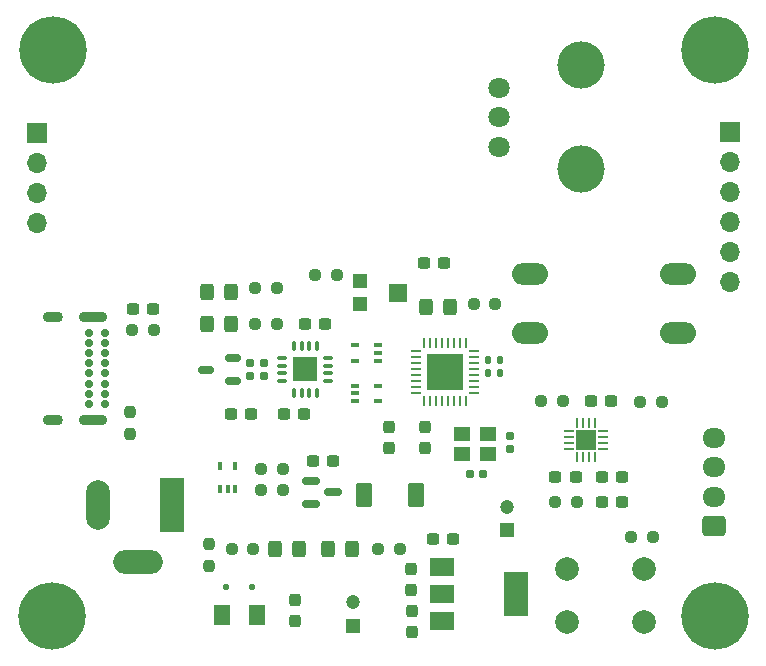
<source format=gts>
G04 #@! TF.GenerationSoftware,KiCad,Pcbnew,7.0.8*
G04 #@! TF.CreationDate,2023-12-30T22:15:46-05:00*
G04 #@! TF.ProjectId,Pump_Control_Board,50756d70-5f43-46f6-9e74-726f6c5f426f,rev?*
G04 #@! TF.SameCoordinates,Original*
G04 #@! TF.FileFunction,Soldermask,Top*
G04 #@! TF.FilePolarity,Negative*
%FSLAX46Y46*%
G04 Gerber Fmt 4.6, Leading zero omitted, Abs format (unit mm)*
G04 Created by KiCad (PCBNEW 7.0.8) date 2023-12-30 22:15:46*
%MOMM*%
%LPD*%
G01*
G04 APERTURE LIST*
G04 Aperture macros list*
%AMRoundRect*
0 Rectangle with rounded corners*
0 $1 Rounding radius*
0 $2 $3 $4 $5 $6 $7 $8 $9 X,Y pos of 4 corners*
0 Add a 4 corners polygon primitive as box body*
4,1,4,$2,$3,$4,$5,$6,$7,$8,$9,$2,$3,0*
0 Add four circle primitives for the rounded corners*
1,1,$1+$1,$2,$3*
1,1,$1+$1,$4,$5*
1,1,$1+$1,$6,$7*
1,1,$1+$1,$8,$9*
0 Add four rect primitives between the rounded corners*
20,1,$1+$1,$2,$3,$4,$5,0*
20,1,$1+$1,$4,$5,$6,$7,0*
20,1,$1+$1,$6,$7,$8,$9,0*
20,1,$1+$1,$8,$9,$2,$3,0*%
G04 Aperture macros list end*
%ADD10RoundRect,0.135000X-0.135000X-0.185000X0.135000X-0.185000X0.135000X0.185000X-0.135000X0.185000X0*%
%ADD11RoundRect,0.237500X-0.250000X-0.237500X0.250000X-0.237500X0.250000X0.237500X-0.250000X0.237500X0*%
%ADD12RoundRect,0.237500X-0.300000X-0.237500X0.300000X-0.237500X0.300000X0.237500X-0.300000X0.237500X0*%
%ADD13R,1.200000X1.200000*%
%ADD14C,1.200000*%
%ADD15C,2.000000*%
%ADD16RoundRect,0.250000X0.450000X0.800000X-0.450000X0.800000X-0.450000X-0.800000X0.450000X-0.800000X0*%
%ADD17RoundRect,0.237500X0.237500X-0.250000X0.237500X0.250000X-0.237500X0.250000X-0.237500X-0.250000X0*%
%ADD18RoundRect,0.075000X-0.075000X0.350000X-0.075000X-0.350000X0.075000X-0.350000X0.075000X0.350000X0*%
%ADD19RoundRect,0.075000X-0.350000X0.075000X-0.350000X-0.075000X0.350000X-0.075000X0.350000X0.075000X0*%
%ADD20R,2.100000X2.100000*%
%ADD21RoundRect,0.237500X-0.237500X0.300000X-0.237500X-0.300000X0.237500X-0.300000X0.237500X0.300000X0*%
%ADD22RoundRect,0.237500X0.300000X0.237500X-0.300000X0.237500X-0.300000X-0.237500X0.300000X-0.237500X0*%
%ADD23R,0.400000X0.650000*%
%ADD24RoundRect,0.250000X-0.325000X-0.450000X0.325000X-0.450000X0.325000X0.450000X-0.325000X0.450000X0*%
%ADD25RoundRect,0.237500X0.250000X0.237500X-0.250000X0.237500X-0.250000X-0.237500X0.250000X-0.237500X0*%
%ADD26R,0.650000X0.400000*%
%ADD27RoundRect,0.237500X0.237500X-0.300000X0.237500X0.300000X-0.237500X0.300000X-0.237500X-0.300000X0*%
%ADD28O,3.048000X1.850000*%
%ADD29R,2.000000X4.600000*%
%ADD30O,2.000000X4.200000*%
%ADD31O,4.200000X2.000000*%
%ADD32R,1.400000X1.200000*%
%ADD33RoundRect,0.250000X0.725000X-0.600000X0.725000X0.600000X-0.725000X0.600000X-0.725000X-0.600000X0*%
%ADD34O,1.950000X1.700000*%
%ADD35R,1.700000X1.700000*%
%ADD36O,1.700000X1.700000*%
%ADD37RoundRect,0.150000X-0.587500X-0.150000X0.587500X-0.150000X0.587500X0.150000X-0.587500X0.150000X0*%
%ADD38RoundRect,0.155000X-0.212500X-0.155000X0.212500X-0.155000X0.212500X0.155000X-0.212500X0.155000X0*%
%ADD39RoundRect,0.125000X0.125000X0.125000X-0.125000X0.125000X-0.125000X-0.125000X0.125000X-0.125000X0*%
%ADD40RoundRect,0.155000X0.155000X-0.212500X0.155000X0.212500X-0.155000X0.212500X-0.155000X-0.212500X0*%
%ADD41RoundRect,0.160000X-0.197500X-0.160000X0.197500X-0.160000X0.197500X0.160000X-0.197500X0.160000X0*%
%ADD42RoundRect,0.250001X0.462499X0.624999X-0.462499X0.624999X-0.462499X-0.624999X0.462499X-0.624999X0*%
%ADD43R,2.000000X1.500000*%
%ADD44R,2.000000X3.800000*%
%ADD45RoundRect,0.150000X0.512500X0.150000X-0.512500X0.150000X-0.512500X-0.150000X0.512500X-0.150000X0*%
%ADD46R,1.500000X1.600000*%
%ADD47C,3.600000*%
%ADD48C,5.700000*%
%ADD49RoundRect,0.062500X0.355000X0.062500X-0.355000X0.062500X-0.355000X-0.062500X0.355000X-0.062500X0*%
%ADD50RoundRect,0.062500X0.062500X0.355000X-0.062500X0.355000X-0.062500X-0.355000X0.062500X-0.355000X0*%
%ADD51R,1.680000X1.680000*%
%ADD52C,0.700000*%
%ADD53O,2.400000X0.900000*%
%ADD54O,1.700000X0.900000*%
%ADD55RoundRect,0.062500X0.062500X-0.375000X0.062500X0.375000X-0.062500X0.375000X-0.062500X-0.375000X0*%
%ADD56RoundRect,0.062500X0.375000X-0.062500X0.375000X0.062500X-0.375000X0.062500X-0.375000X-0.062500X0*%
%ADD57R,3.100000X3.100000*%
%ADD58C,4.000000*%
%ADD59C,1.800000*%
%ADD60RoundRect,0.237500X-0.237500X0.250000X-0.237500X-0.250000X0.237500X-0.250000X0.237500X0.250000X0*%
%ADD61RoundRect,0.250000X0.325000X0.450000X-0.325000X0.450000X-0.325000X-0.450000X0.325000X-0.450000X0*%
G04 APERTURE END LIST*
D10*
X108790000Y-67400000D03*
X109810000Y-67400000D03*
X108790000Y-66300000D03*
X109810000Y-66300000D03*
D11*
X121687500Y-69800000D03*
X123512500Y-69800000D03*
X99500000Y-82300000D03*
X101325000Y-82300000D03*
D12*
X78750000Y-61950000D03*
X80475000Y-61950000D03*
D13*
X110400000Y-80700000D03*
D14*
X110400000Y-78700000D03*
D15*
X115520000Y-83947000D03*
X122020000Y-83947000D03*
X115520000Y-88447000D03*
X122020000Y-88447000D03*
D16*
X102700000Y-77750000D03*
X98300000Y-77750000D03*
D17*
X78486000Y-72540500D03*
X78486000Y-70715500D03*
D18*
X94320000Y-65137200D03*
X93670000Y-65137200D03*
X93020000Y-65137200D03*
X92370000Y-65137200D03*
D19*
X91395000Y-66112200D03*
X91395000Y-66762200D03*
X91395000Y-67412200D03*
X91395000Y-68062200D03*
D18*
X92370000Y-69037200D03*
X93020000Y-69037200D03*
X93670000Y-69037200D03*
X94320000Y-69037200D03*
D19*
X95295000Y-68062200D03*
X95295000Y-67412200D03*
X95295000Y-66762200D03*
X95295000Y-66112200D03*
D20*
X93345000Y-67087200D03*
D11*
X78693000Y-63754000D03*
X80518000Y-63754000D03*
D21*
X103500000Y-71987500D03*
X103500000Y-73712500D03*
D22*
X93218000Y-70866000D03*
X91493000Y-70866000D03*
D23*
X86100000Y-77200000D03*
X86750000Y-77200000D03*
X87400000Y-77200000D03*
X87400000Y-75300000D03*
X86100000Y-75300000D03*
D24*
X84975000Y-60500000D03*
X87025000Y-60500000D03*
D12*
X87037500Y-70850000D03*
X88762500Y-70850000D03*
D11*
X89107000Y-63246000D03*
X90932000Y-63246000D03*
D22*
X94996000Y-63250000D03*
X93271000Y-63250000D03*
D25*
X91412500Y-77250000D03*
X89587500Y-77250000D03*
D22*
X116231500Y-76200000D03*
X114506500Y-76200000D03*
D11*
X94162500Y-59100000D03*
X95987500Y-59100000D03*
D26*
X99450000Y-66350000D03*
X99450000Y-65700000D03*
X99450000Y-65050000D03*
X97550000Y-65050000D03*
X97550000Y-66350000D03*
D27*
X102312000Y-85725000D03*
X102312000Y-84000000D03*
D24*
X95239500Y-82296000D03*
X97289500Y-82296000D03*
D28*
X112378000Y-58968000D03*
X124878000Y-58968000D03*
X112378000Y-63968000D03*
X124878000Y-63968000D03*
D12*
X104137500Y-81450000D03*
X105862500Y-81450000D03*
D29*
X82042000Y-78600000D03*
D30*
X75742000Y-78600000D03*
D31*
X79142000Y-83400000D03*
D25*
X122762500Y-81300000D03*
X120937500Y-81300000D03*
D32*
X108838000Y-72537600D03*
X106638000Y-72537600D03*
X106638000Y-74237600D03*
X108838000Y-74237600D03*
D27*
X102337000Y-89281000D03*
X102337000Y-87556000D03*
X92500000Y-88362500D03*
X92500000Y-86637500D03*
D33*
X127925000Y-80350000D03*
D34*
X127925000Y-77850000D03*
X127925000Y-75350000D03*
X127925000Y-72850000D03*
D35*
X70600000Y-47060000D03*
D36*
X70600000Y-49600000D03*
X70600000Y-52140000D03*
X70600000Y-54680000D03*
D37*
X93812500Y-76550000D03*
X93812500Y-78450000D03*
X95687500Y-77500000D03*
D38*
X107265000Y-75900000D03*
X108400000Y-75900000D03*
D35*
X129300000Y-47000000D03*
D36*
X129300000Y-49540000D03*
X129300000Y-52080000D03*
X129300000Y-54620000D03*
X129300000Y-57160000D03*
X129300000Y-59700000D03*
D39*
X88800000Y-85500000D03*
X86600000Y-85500000D03*
D25*
X91412500Y-75500000D03*
X89587500Y-75500000D03*
D40*
X110700000Y-73817500D03*
X110700000Y-72682500D03*
D41*
X88676000Y-67640200D03*
X89871000Y-67640200D03*
D21*
X100452000Y-71987500D03*
X100452000Y-73712500D03*
D22*
X95700000Y-74850000D03*
X93975000Y-74850000D03*
D42*
X89287500Y-87900000D03*
X86312500Y-87900000D03*
D11*
X89107000Y-60198000D03*
X90932000Y-60198000D03*
D43*
X104902000Y-83806000D03*
X104902000Y-86106000D03*
X104902000Y-88406000D03*
D44*
X111202000Y-86106000D03*
D13*
X97400000Y-88772600D03*
D14*
X97400000Y-86772600D03*
D11*
X114487500Y-78300000D03*
X116312500Y-78300000D03*
D45*
X87186000Y-68040200D03*
X87186000Y-66140200D03*
X84911000Y-67090200D03*
D13*
X97945500Y-59579000D03*
D46*
X101195500Y-60579000D03*
D13*
X97945500Y-61579000D03*
D22*
X105112500Y-58100000D03*
X103387500Y-58100000D03*
D26*
X97550000Y-68450000D03*
X97550000Y-69100000D03*
X97550000Y-69750000D03*
X99450000Y-69750000D03*
X99450000Y-68450000D03*
D25*
X88912500Y-82300000D03*
X87087500Y-82300000D03*
D47*
X128000000Y-40000000D03*
D48*
X128000000Y-40000000D03*
D25*
X109412500Y-61550000D03*
X107587500Y-61550000D03*
D22*
X119212500Y-69750000D03*
X117487500Y-69750000D03*
D47*
X72000000Y-40000000D03*
D48*
X72000000Y-40000000D03*
D47*
X71882000Y-88000000D03*
D48*
X71882000Y-88000000D03*
D49*
X118540200Y-73825300D03*
X118540200Y-73325300D03*
X118540200Y-72825300D03*
X118540200Y-72325300D03*
D50*
X117832700Y-71617800D03*
X117332700Y-71617800D03*
X116832700Y-71617800D03*
X116332700Y-71617800D03*
D49*
X115625200Y-72325300D03*
X115625200Y-72825300D03*
X115625200Y-73325300D03*
X115625200Y-73825300D03*
D50*
X116332700Y-74532800D03*
X116832700Y-74532800D03*
X117332700Y-74532800D03*
X117832700Y-74532800D03*
D51*
X117082700Y-73075300D03*
D52*
X76349000Y-64026200D03*
X76349000Y-64876200D03*
X76349000Y-65726200D03*
X76349000Y-66576200D03*
X76349000Y-67426200D03*
X76349000Y-68276200D03*
X76349000Y-69126200D03*
X76349000Y-69976200D03*
X74999000Y-69976200D03*
X74999000Y-69126200D03*
X74999000Y-68276200D03*
X74999000Y-67426200D03*
X74999000Y-66576200D03*
X74999000Y-65726200D03*
X74999000Y-64876200D03*
X74999000Y-64026200D03*
D53*
X75369000Y-62676200D03*
D54*
X71989000Y-62676200D03*
D53*
X75369000Y-71326200D03*
D54*
X71989000Y-71326200D03*
D24*
X103525000Y-61800000D03*
X105575000Y-61800000D03*
D11*
X113325000Y-69750000D03*
X115150000Y-69750000D03*
D12*
X118417000Y-78300000D03*
X120142000Y-78300000D03*
D55*
X103406000Y-69747500D03*
X103906000Y-69747500D03*
X104406000Y-69747500D03*
X104906000Y-69747500D03*
X105406000Y-69747500D03*
X105906000Y-69747500D03*
X106406000Y-69747500D03*
X106906000Y-69747500D03*
D56*
X107593500Y-69060000D03*
X107593500Y-68560000D03*
X107593500Y-68060000D03*
X107593500Y-67560000D03*
X107593500Y-67060000D03*
X107593500Y-66560000D03*
X107593500Y-66060000D03*
X107593500Y-65560000D03*
D55*
X106906000Y-64872500D03*
X106406000Y-64872500D03*
X105906000Y-64872500D03*
X105406000Y-64872500D03*
X104906000Y-64872500D03*
X104406000Y-64872500D03*
X103906000Y-64872500D03*
X103406000Y-64872500D03*
D56*
X102718500Y-65560000D03*
X102718500Y-66060000D03*
X102718500Y-66560000D03*
X102718500Y-67060000D03*
X102718500Y-67560000D03*
X102718500Y-68060000D03*
X102718500Y-68560000D03*
X102718500Y-69060000D03*
D57*
X105156000Y-67310000D03*
D47*
X128000000Y-88000000D03*
D48*
X128000000Y-88000000D03*
D58*
X116700000Y-41350000D03*
X116700000Y-50150000D03*
D59*
X109700000Y-48250000D03*
X109700000Y-45750000D03*
X109700000Y-43250000D03*
D24*
X84975000Y-63246000D03*
X87025000Y-63246000D03*
D60*
X85200000Y-81887500D03*
X85200000Y-83712500D03*
D61*
X92800000Y-82300000D03*
X90750000Y-82300000D03*
D41*
X88676000Y-66497200D03*
X89871000Y-66497200D03*
D12*
X118417000Y-76200000D03*
X120142000Y-76200000D03*
M02*

</source>
